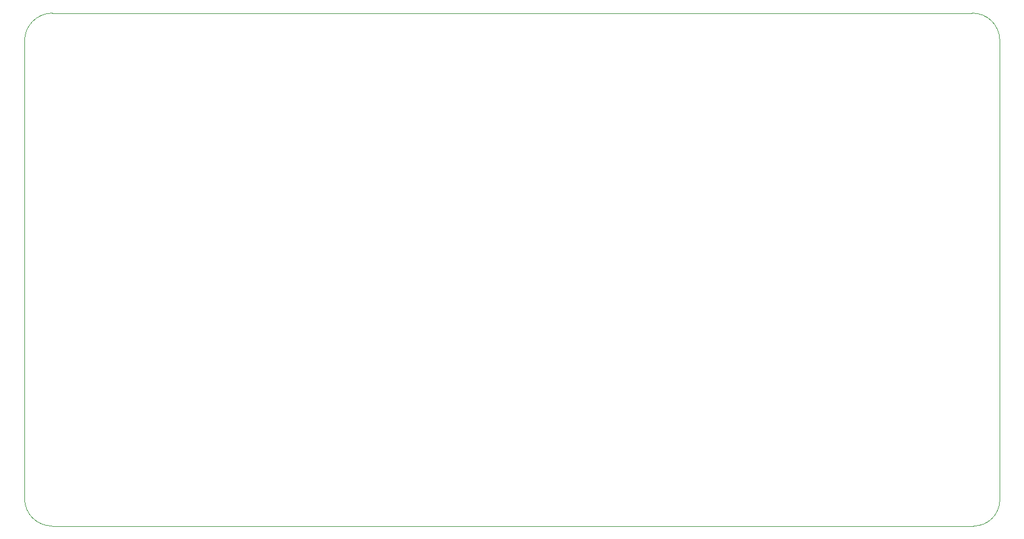
<source format=gbr>
G04 #@! TF.GenerationSoftware,KiCad,Pcbnew,(5.1.4)-1*
G04 #@! TF.CreationDate,2020-02-16T18:09:02-06:00*
G04 #@! TF.ProjectId,Tiva_Breakout_Hardware,54697661-5f42-4726-9561-6b6f75745f48,rev?*
G04 #@! TF.SameCoordinates,Original*
G04 #@! TF.FileFunction,Profile,NP*
%FSLAX46Y46*%
G04 Gerber Fmt 4.6, Leading zero omitted, Abs format (unit mm)*
G04 Created by KiCad (PCBNEW (5.1.4)-1) date 2020-02-16 18:09:02*
%MOMM*%
%LPD*%
G04 APERTURE LIST*
%ADD10C,0.050000*%
G04 APERTURE END LIST*
D10*
X88531700Y-150241000D02*
G75*
G02X84531200Y-146240500I0J4000500D01*
G01*
X222707200Y-75311496D02*
G75*
G02X226771200Y-79311500I63492J-4000004D01*
G01*
X84531200Y-146240500D02*
X84531200Y-79375000D01*
X222961200Y-150241000D02*
X88531700Y-150241000D01*
X226771200Y-79311500D02*
X226771200Y-146431000D01*
X88595200Y-75311000D02*
X222707200Y-75311496D01*
X84531200Y-79375000D02*
G75*
G02X88595200Y-75311000I4064000J0D01*
G01*
X226771200Y-146431000D02*
G75*
G02X222961200Y-150241000I-3810000J0D01*
G01*
M02*

</source>
